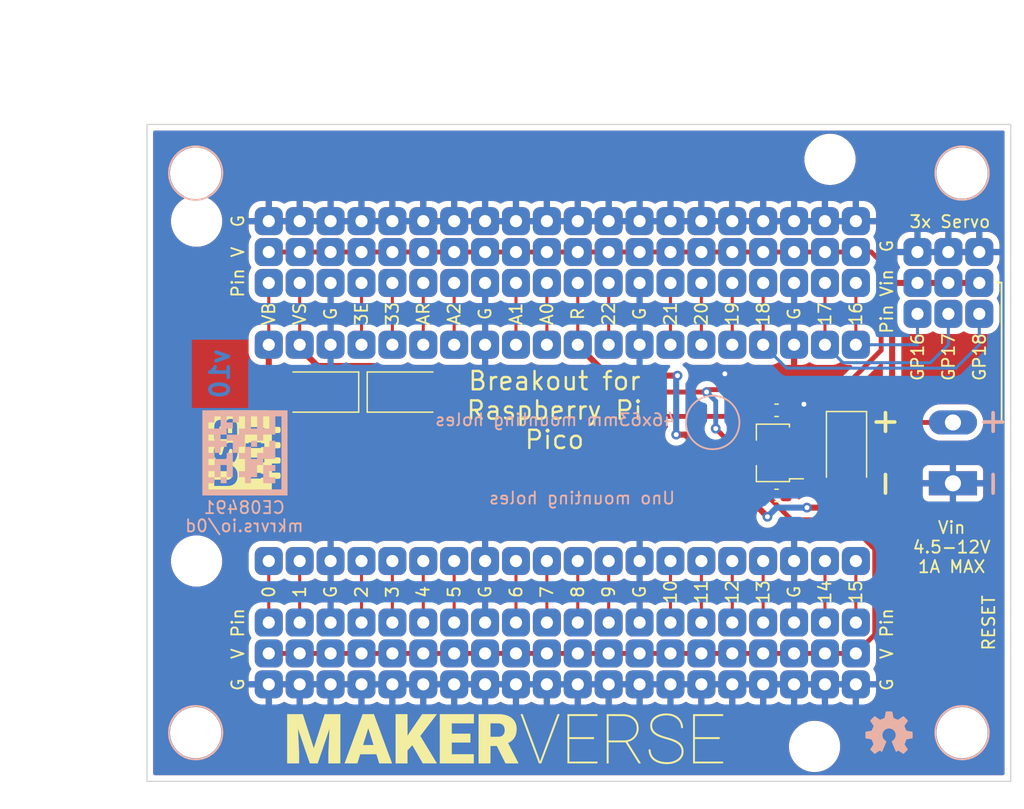
<source format=kicad_pcb>
(kicad_pcb (version 20211014) (generator pcbnew)
  (layers (0 "F.Cu" signal) (31 "B.Cu" signal) (34 "B.Paste" user) (35 "F.Paste" user) (36 "B.SilkS" user "B.Silkscreen") (37 "F.SilkS" user "F.Silkscreen") (38 "B.Mask" user) (39 "F.Mask" user) (44 "Edge.Cuts" user))
  (net 0 "")
  (net 1 "/Vin")
  (net 2 "GND")
  (net 3 "+3V3")
  (net 4 "/GP0")
  (net 5 "/GP1")
  (net 6 "/GP2")
  (net 7 "/GP3")
  (net 8 "/GP4")
  (net 9 "/GP5")
  (net 10 "/GP6")
  (net 11 "/GP7")
  (net 12 "/I2C_SDA")
  (net 13 "/I2C_SCL")
  (net 14 "/GP10")
  (net 15 "/GP11")
  (net 16 "/SPI_Rx")
  (net 17 "/SPI_CS")
  (net 18 "/SPI_CLK")
  (net 19 "/SPI_Tx")
  (net 20 "/VBUS")
  (net 21 "/3V3_EN")
  (net 22 "/3V3(OUT)")
  (net 23 "/ADC_VREF")
  (net 24 "/ADC2")
  (net 25 "/ADC1")
  (net 26 "/ADC0")
  (net 27 "/RUN")
  (net 28 "/GP22")
  (net 29 "/GP21")
  (net 30 "/GP20")
  (net 31 "/GP19")
  (net 32 "/GP18")
  (net 33 "/GP17")
  (net 34 "/GP16")
  (net 35 "/VSYS")
  (net 36 "Net-(D3-Pad2)")
  (footprint "MountingHole:MountingHole_3.2mm_M3" (layer "F.Cu") (at 169.385 109 90)
    (fp_text reference "H6" hide)
    (fp_text value "MountingHole")
    (pad "" np_thru_hole circle locked (at 0 0 90) (size 3.2 3.2) (drill 3.2) (layers *.Cu *.Mask))
  )
  (footprint "CoreElectronics_Components:PinSocket_1x20_P2.54mm_Vertical-Large-Pads" (layer "F.Cu") (at 175.32 81.06 90)
    (fp_text reference "J9" hide)
    (fp_text value "Conn_01x20")
    (pad "1" thru_hole roundrect (at 0 0 90) (size 2.3 2.3) (drill 1) (layers *.Cu *.Mask) (net 2 "GND"))
    (pad "2" thru_hole roundrect (at 0 2.54 90) (size 2.3 2.3) (drill 1) (layers *.Cu *.Mask) (net 2 "GND"))
    (pad "3" thru_hole roundrect (at 0 5.08 90) (size 2.3 2.3) (drill 1) (layers *.Cu *.Mask) (net 2 "GND"))
    (pad "4" thru_hole roundrect (at 0 7.62 90) (size 2.3 2.3) (drill 1) (layers *.Cu *.Mask) (net 2 "GND"))
    (pad "5" thru_hole roundrect (at 0 10.16 90) (size 2.3 2.3) (drill 1) (layers *.Cu *.Mask) (net 2 "GND"))
    (pad "6" thru_hole roundrect (at 0 12.7 90) (size 2.3 2.3) (drill 1) (layers *.Cu *.Mask) (net 2 "GND"))
    (pad "7" thru_hole roundrect (at 0 15.24 90) (size 2.3 2.3) (drill 1) (layers *.Cu *.Mask) (net 2 "GND"))
    (pad "8" thru_hole roundrect (at 0 17.78 90) (size 2.3 2.3) (drill 1) (layers *.Cu *.Mask) (net 2 "GND"))
    (pad "9" thru_hole roundrect (at 0 20.32 90) (size 2.3 2.3) (drill 1) (layers *.Cu *.Mask) (net 2 "GND"))
    (pad "10" thru_hole roundrect (at 0 22.86 90) (size 2.3 2.3) (drill 1) (layers *.Cu *.Mask) (net 2 "GND"))
    (pad "11" thru_hole roundrect (at 0 25.4 90) (size 2.3 2.3) (drill 1) (layers *.Cu *.Mask) (net 2 "GND"))
    (pad "12" thru_hole roundrect (at 0 27.94 90) (size 2.3 2.3) (drill 1) (layers *.Cu *.Mask) (net 2 "GND"))
    (pad "13" thru_hole roundrect (at 0 30.48 90) (size 2.3 2.3) (drill 1) (layers *.Cu *.Mask) (net 2 "GND"))
    (pad "14" thru_hole roundrect (at 0 33.02 90) (size 2.3 2.3) (drill 1) (layers *.Cu *.Mask) (net 2 "GND"))
    (pad "15" thru_hole roundrect (at 0 35.56 90) (size 2.3 2.3) (drill 1) (layers *.Cu *.Mask) (net 2 "GND"))
    (pad "16" thru_hole roundrect (at 0 38.1 90) (size 2.3 2.3) (drill 1) (layers *.Cu *.Mask) (net 2 "GND"))
    (pad "17" thru_hole roundrect (at 0 40.64 90) (size 2.3 2.3) (drill 1) (layers *.Cu *.Mask) (net 2 "GND"))
    (pad "18" thru_hole roundrect (at 0 43.18 90) (size 2.3 2.3) (drill 1) (layers *.Cu *.Mask) (net 2 "GND"))
    (pad "19" thru_hole roundrect (at 0 45.72 90) (size 2.3 2.3) (drill 1) (layers *.Cu *.Mask) (net 2 "GND"))
    (pad "20" thru_hole roundrect (at 0 48.26 90) (size 2.3 2.3) (drill 1) (layers *.Cu *.Mask) (net 2 "GND"))
  )
  (footprint "MountingHole:MountingHole_3.2mm_M3" (layer "F.Cu") (at 169.31 77.11 90)
    (fp_text reference "H1" hide)
    (fp_text value "MountingHole")
    (pad "" np_thru_hole circle locked (at 0 0 90) (size 3.2 3.2) (drill 3.2) (layers *.Cu *.Mask))
  )
  (footprint "CoreElectronics_Components:PinHeader_1x03_P2.54mm_Vertical-Large-Pads" (layer "F.Cu") (at 233.725 83.6 -90)
    (fp_text reference "J12" hide)
    (fp_text value "Conn_01x03")
    (pad "1" thru_hole roundrect (at 0 0 270) (size 2.3 2.3) (drill 1) (layers *.Cu *.Mask) (net 2 "GND"))
    (pad "2" thru_hole roundrect (at 0 2.54 270) (size 2.3 2.3) (drill 1) (layers *.Cu *.Mask) (net 2 "GND"))
    (pad "3" thru_hole roundrect (at 0 5.08 270) (size 2.3 2.3) (drill 1) (layers *.Cu *.Mask) (net 2 "GND"))
  )
  (footprint "CoreElectronics_Components:PinHeader_1x03_P2.54mm_Vertical-Large-Pads" (layer "F.Cu") (at 233.725 86.14 -90)
    (fp_text reference "J11" hide)
    (fp_text value "Conn_01x03")
    (pad "1" thru_hole roundrect (at 0 0 270) (size 2.3 2.3) (drill 1) (layers *.Cu *.Mask) (net 1 "/Vin"))
    (pad "2" thru_hole roundrect (at 0 2.54 270) (size 2.3 2.3) (drill 1) (layers *.Cu *.Mask) (net 1 "/Vin"))
    (pad "3" thru_hole roundrect (at 0 5.08 270) (size 2.3 2.3) (drill 1) (layers *.Cu *.Mask) (net 1 "/Vin"))
  )
  (footprint "CoreElectronics_Components:Screw-Terminal-2_P5.00mm" (layer "F.Cu") (at 231.56 102.61 90)
    (fp_text reference "J8" hide)
    (fp_text value "Screw_Terminal_01x02")
    (pad "1" thru_hole rect (at 0 0 90) (size 1.98 3.96) (drill 1.32) (layers *.Cu *.Mask) (net 2 "GND"))
    (pad "2" thru_hole oval (at 5 0 90) (size 1.98 3.96) (drill 1.32) (layers *.Cu *.Mask) (net 36 "Net-(D3-Pad2)"))
  )
  (footprint "CoreElectronics_Components:PinSocket_1x20_P2.54mm_Vertical-Large-Pads" (layer "F.Cu") (at 175.32 114.055 90)
    (fp_text reference "J3" hide)
    (fp_text value "Conn_01x20")
    (pad "1" thru_hole roundrect (at 0 0 90) (size 2.3 2.3) (drill 1) (layers *.Cu *.Mask) (net 4 "/GP0"))
    (pad "2" thru_hole roundrect (at 0 2.54 90) (size 2.3 2.3) (drill 1) (layers *.Cu *.Mask) (net 5 "/GP1"))
    (pad "3" thru_hole roundrect (at 0 5.08 90) (size 2.3 2.3) (drill 1) (layers *.Cu *.Mask) (net 2 "GND"))
    (pad "4" thru_hole roundrect (at 0 7.62 90) (size 2.3 2.3) (drill 1) (layers *.Cu *.Mask) (net 6 "/GP2"))
    (pad "5" thru_hole roundrect (at 0 10.16 90) (size 2.3 2.3) (drill 1) (layers *.Cu *.Mask) (net 7 "/GP3"))
    (pad "6" thru_hole roundrect (at 0 12.7 90) (size 2.3 2.3) (drill 1) (layers *.Cu *.Mask) (net 8 "/GP4"))
    (pad "7" thru_hole roundrect (at 0 15.24 90) (size 2.3 2.3) (drill 1) (layers *.Cu *.Mask) (net 9 "/GP5"))
    (pad "8" thru_hole roundrect (at 0 17.78 90) (size 2.3 2.3) (drill 1) (layers *.Cu *.Mask) (net 2 "GND"))
    (pad "9" thru_hole roundrect (at 0 20.32 90) (size 2.3 2.3) (drill 1) (layers *.Cu *.Mask) (net 10 "/GP6"))
    (pad "10" thru_hole roundrect (at 0 22.86 90) (size 2.3 2.3) (drill 1) (layers *.Cu *.Mask) (net 11 "/GP7"))
    (pad "11" thru_hole roundrect (at 0 25.4 90) (size 2.3 2.3) (drill 1) (layers *.Cu *.Mask) (net 12 "/I2C_SDA"))
    (pad "12" thru_hole roundrect (at 0 27.94 90) (size 2.3 2.3) (drill 1) (layers *.Cu *.Mask) (net 13 "/I2C_SCL"))
    (pad "13" thru_hole roundrect (at 0 30.48 90) (size 2.3 2.3) (drill 1) (layers *.Cu *.Mask) (net 2 "GND"))
    (pad "14" thru_hole roundrect (at 0 33.02 90) (size 2.3 2.3) (drill 1) (layers *.Cu *.Mask) (net 14 "/GP10"))
    (pad "15" thru_hole roundrect (at 0 35.56 90) (size 2.3 2.3) (drill 1) (layers *.Cu *.Mask) (net 15 "/GP11"))
    (pad "16" thru_hole roundrect (at 0 38.1 90) (size 2.3 2.3) (drill 1) (layers *.Cu *.Mask) (net 16 "/SPI_Rx"))
    (pad "17" thru_hole roundrect (at 0 40.64 90) (size 2.3 2.3) (drill 1) (layers *.Cu *.Mask) (net 17 "/SPI_CS"))
    (pad "18" thru_hole roundrect (at 0 43.18 90) (size 2.3 2.3) (drill 1) (layers *.Cu *.Mask) (net 2 "GND"))
    (pad "19" thru_hole roundrect (at 0 45.72 90) (size 2.3 2.3) (drill 1) (layers *.Cu *.Mask) (net 18 "/SPI_CLK"))
    (pad "20" thru_hole roundrect (at 0 48.26 90) (size 2.3 2.3) (drill 1) (layers *.Cu *.Mask) (net 19 "/SPI_Tx"))
  )
  (footprint "MountingHole:MountingHole_3.2mm_M3" (layer "F.Cu") (at 169.385 81.06 90)
    (fp_text reference "H5" hide)
    (fp_text value "MountingHole")
    (pad "" np_thru_hole circle locked (at 0 0 90) (size 3.2 3.2) (drill 3.2) (layers *.Cu *.Mask))
  )
  (footprint "CoreElectronics_Components:PinSocket_1x20_P2.54mm_Vertical-Large-Pads" (layer "F.Cu") (at 175.32 116.595 90)
    (fp_text reference "J2" hide)
    (fp_text value "Conn_01x20")
    (pad "1" thru_hole roundrect (at 0 0 90) (size 2.3 2.3) (drill 1) (layers *.Cu *.Mask) (net 3 "+3V3"))
    (pad "2" thru_hole roundrect (at 0 2.54 90) (size 2.3 2.3) (drill 1) (layers *.Cu *.Mask) (net 3 "+3V3"))
    (pad "3" thru_hole roundrect (at 0 5.08 90) (size 2.3 2.3) (drill 1) (layers *.Cu *.Mask) (net 3 "+3V3"))
    (pad "4" thru_hole roundrect (at 0 7.62 90) (size 2.3 2.3) (drill 1) (layers *.Cu *.Mask) (net 3 "+3V3"))
    (pad "5" thru_hole roundrect (at 0 10.16 90) (size 2.3 2.3) (drill 1) (layers *.Cu *.Mask) (net 3 "+3V3"))
    (pad "6" thru_hole roundrect (at 0 12.7 90) (size 2.3 2.3) (drill 1) (layers *.Cu *.Mask) (net 3 "+3V3"))
    (pad "7" thru_hole roundrect (at 0 15.24 90) (size 2.3 2.3) (drill 1) (layers *.Cu *.Mask) (net 3 "+3V3"))
    (pad "8" thru_hole roundrect (at 0 17.78 90) (size 2.3 2.3) (drill 1) (layers *.Cu *.Mask) (net 3 "+3V3"))
    (pad "9" thru_hole roundrect (at 0 20.32 90) (size 2.3 2.3) (drill 1) (layers *.Cu *.Mask) (net 3 "+3V3"))
    (pad "10" thru_hole roundrect (at 0 22.86 90) (size 2.3 2.3) (drill 1) (layers *.Cu *.Mask) (net 3 "+3V3"))
    (pad "11" thru_hole roundrect (at 0 25.4 90) (size 2.3 2.3) (drill 1) (layers *.Cu *.Mask) (net 3 "+3V3"))
    (pad "12" thru_hole roundrect (at 0 27.94 90) (size 2.3 2.3) (drill 1) (layers *.Cu *.Mask) (net 3 "+3V3"))
    (pad "13" thru_hole roundrect (at 0 30.48 90) (size 2.3 2.3) (drill 1) (layers *.Cu *.Mask) (net 3 "+3V3"))
    (pad "14" thru_hole roundrect (at 0 33.02 90) (size 2.3 2.3) (drill 1) (layers *.Cu *.Mask) (net 3 "+3V3"))
    (pad "15" thru_hole roundrect (at 0 35.56 90) (size 2.3 2.3) (drill 1) (layers *.Cu *.Mask) (net 3 "+3V3"))
    (pad "16" thru_hole roundrect (at 0 38.1 90) (size 2.3 2.3) (drill 1) (layers *.Cu *.Mask) (net 3 "+3V3"))
    (pad "17" thru_hole roundrect (at 0 40.64 90) (size 2.3 2.3) (drill 1) (layers *.Cu *.Mask) (net 3 "+3V3"))
    (pad "18" thru_hole roundrect (at 0 43.18 90) (size 2.3 2.3) (drill 1) (layers *.Cu *.Mask) (net 3 "+3V3"))
    (pad "19" thru_hole roundrect (at 0 45.72 90) (size 2.3 2.3) (drill 1) (layers *.Cu *.Mask) (net 3 "+3V3"))
    (pad "20" thru_hole roundrect (at 0 48.26 90) (size 2.3 2.3) (drill 1) (layers *.Cu *.Mask) (net 3 "+3V3"))
  )
  (footprint "MountingHole:MountingHole_3.2mm_M3" (layer "F.Cu") (at 220.185 124.24 90)
    (fp_text reference "H7" hide)
    (fp_text value "MountingHole")
    (pad "" np_thru_hole circle locked (at 0 0 90) (size 3.2 3.2) (drill 3.2) (layers *.Cu *.Mask))
  )
  (footprint "CoreElectronics_Artwork:makerverse_logo_35.8x4.2mm" (layer "F.Cu") (at 194.747437 123.61)
    (fp_text reference "G2" hide)
    (fp_text value "LOGO_Makerverse" hide)
  )
  (footprint "CoreElectronics_Components:PinHeader_1x03_P2.54mm_Vertical-Large-Pads" (layer "F.Cu") (at 233.725 88.68 -90)
    (fp_text reference "J10" hide)
    (fp_text value "Conn_01x03")
    (pad "1" thru_hole roundrect (at 0 0 270) (size 2.3 2.3) (drill 1) (layers *.Cu *.Mask) (net 32 "/GP18"))
    (pad "2" thru_hole roundrect (at 0 2.54 270) (size 2.3 2.3) (drill 1) (layers *.Cu *.Mask) (net 33 "/GP17"))
    (pad "3" thru_hole roundrect (at 0 5.08 270) (size 2.3 2.3) (drill 1) (layers *.Cu *.Mask) (net 34 "/GP16"))
  )
  (footprint "Diode_SMD:D_SMA" (layer "F.Cu") (at 186.81 95.11)
    (fp_text reference "D1" hide)
    (fp_text value "D_Schottky")
    (pad "1" smd rect locked (at -2 0) (size 2.5 1.8) (layers "F.Cu" "F.Paste" "F.Mask") (net 35 "/VSYS"))
    (pad "2" smd rect locked (at 2 0) (size 2.5 1.8) (layers "F.Cu" "F.Paste" "F.Mask") (net 3 "+3V3"))
  )
  (footprint "CoreElectronics_Components:PinSocket_1x20_P2.54mm_Vertical-Large-Pads" (layer "F.Cu") (at 175.32 86.14 90)
    (fp_text reference "J6" hide)
    (fp_text value "Conn_01x20")
    (pad "1" thru_hole roundrect (at 0 0 90) (size 2.3 2.3) (drill 1) (layers *.Cu *.Mask) (net 20 "/VBUS"))
    (pad "2" thru_hole roundrect (at 0 2.54 90) (size 2.3 2.3) (drill 1) (layers *.Cu *.Mask) (net 35 "/VSYS"))
    (pad "3" thru_hole roundrect (at 0 5.08 90) (size 2.3 2.3) (drill 1) (layers *.Cu *.Mask) (net 2 "GND"))
    (pad "4" thru_hole roundrect (at 0 7.62 90) (size 2.3 2.3) (drill 1) (layers *.Cu *.Mask) (net 21 "/3V3_EN"))
    (pad "5" thru_hole roundrect (at 0 10.16 90) (size 2.3 2.3) (drill 1) (layers *.Cu *.Mask) (net 22 "/3V3(OUT)"))
    (pad "6" thru_hole roundrect (at 0 12.7 90) (size 2.3 2.3) (drill 1) (layers *.Cu *.Mask) (net 23 "/ADC_VREF"))
    (pad "7" thru_hole roundrect (at 0 15.24 90) (size 2.3 2.3) (drill 1) (layers *.Cu *.Mask) (net 24 "/ADC2"))
    (pad "8" thru_hole roundrect (at 0 17.78 90) (size 2.3 2.3) (drill 1) (layers *.Cu *.Mask) (net 2 "GND"))
    (pad "9" thru_hole roundrect (at 0 20.32 90) (size 2.3 2.3) (drill 1) (layers *.Cu *.Mask) (net 25 "/ADC1"))
    (pad "10" thru_hole roundrect (at 0 22.86 90) (size 2.3 2.3) (drill 1) (layers *.Cu *.Mask) (net 26 "/ADC0"))
    (pad "11" thru_hole roundrect (at 0 25.4 90) (size 2.3 2.3) (drill 1) (layers *.Cu *.Mask) (net 27 "/RUN"))
    (pad "12" thru_hole roundrect (at 0 27.94 90) (size 2.3 2.3) (drill 1) (layers *.Cu *.Mask) (net 28 "/GP22"))
    (pad "13" thru_hole roundrect (at 0 30.48 90) (size 2.3 2.3) (drill 1) (layers *.Cu *.Mask) (net 2 "GND"))
    (pad "14" thru_hole roundrect (at 0 33.02 90) (size 2.3 2.3) (drill 1) (layers *.Cu *.Mask) (net 29 "/GP21"))
    (pad "15" thru_hole roundrect (at 0 35.56 90) (size 2.3 2.3) (drill 1) (layers *.Cu *.Mask) (net 30 "/GP20"))
    (pad "16" thru_hole roundrect (at 0 38.1 90) (size 2.3 2.3) (drill 1) (layers *.Cu *.Mask) (net 31 "/GP19"))
    (pad "17" thru_hole roundrect (at 0 40.64 90) (size 2.3 2.3) (drill 1) (layers *.Cu *.Mask) (net 32 "/GP18"))
    (pad "18" thru_hole roundrect (at 0 43.18 90) (size 2.3 2.3) (drill 1) (layers *.Cu *.Mask) (net 2 "GND"))
    (pad "19" thru_hole roundrect (at 0 45.72 90) (size 2.3 2.3) (drill 1) (layers *.Cu *.Mask) (net 33 "/GP17"))
    (pad "20" thru_hole roundrect (at 0 48.26 90) (size 2.3 2.3) (drill 1) (layers *.Cu *.Mask) (net 34 "/GP16"))
  )
  (footprint "Fiducial:Fiducial_1mm_Mask2mm" (layer "F.Cu") (at 227.81 123.11 90)
    (fp_text reference "FID1" hide)
    (fp_text value "Fiducial")
    (pad "" smd circle locked (at 0 0 90) (size 1 1) (layers "F.Cu" "F.Mask") (clearance 0.5))
  )
  (footprint "CoreElectronics_Components:PinSocket_1x20_P2.54mm_Vertical-Large-Pads" (layer "F.Cu") (at 175.32 91.22 90)
    (fp_text reference "J5" hide)
    (fp_text value "Conn_01x20")
    (pad "1" thru_hole roundrect (at 0 0 90) (size 2.3 2.3) (drill 1) (layers *.Cu *.Mask) (net 20 "/VBUS"))
    (pad "2" thru_hole roundrect (at 0 2.54 90) (size 2.3 2.3) (drill 1) (layers *.Cu *.Mask) (net 35 "/VSYS"))
    (pad "3" thru_hole roundrect (at 0 5.08 90) (size 2.3 2.3) (drill 1) (layers *.Cu *.Mask) (net 2 "GND"))
    (pad "4" thru_hole roundrect (at 0 7.62 90) (size 2.3 2.3) (drill 1) (layers *.Cu *.Mask) (net 21 "/3V3_EN"))
    (pad "5" thru_hole roundrect (at 0 10.16 90) (size 2.3 2.3) (drill 1) (layers *.Cu *.Mask) (net 22 "/3V3(OUT)"))
    (pad "6" thru_hole roundrect (at 0 12.7 90) (size 2.3 2.3) (drill 1) (layers *.Cu *.Mask) (net 23 "/ADC_VREF"))
    (pad "7" thru_hole roundrect (at 0 15.24 90) (size 2.3 2.3) (drill 1) (layers *.Cu *.Mask) (net 24 "/ADC2"))
    (pad "8" thru_hole roundrect (at 0 17.78 90) (size 2.3 2.3) (drill 1) (layers *.Cu *.Mask) (net 2 "GND"))
    (pad "9" thru_hole roundrect (at 0 20.32 90) (size 2.3 2.3) (drill 1) (layers *.Cu *.Mask) (net 25 "/ADC1"))
    (pad "10" thru_hole roundrect (at 0 22.86 90) (size 2.3 2.3) (drill 1) (layers *.Cu *.Mask) (net 26 "/ADC0"))
    (pad "11" thru_hole roundrect (at 0 25.4 90) (size 2.3 2.3) (drill 1) (layers *.Cu *.Mask) (net 27 "/RUN"))
    (pad "12" thru_hole roundrect (at 0 27.94 90) (size 2.3 2.3) (drill 1) (layers *.Cu *.Mask) (net 28 "/GP22"))
    (pad "13" thru_hole roundrect (at 0 30.48 90) (size 2.3 2.3) (drill 1) (layers *.Cu *.Mask) (net 2 "GND"))
    (pad "14" thru_hole roundrect (at 0 33.02 90) (size 2.3 2.3) (drill 1) (layers *.Cu *.Mask) (net 29 "/GP21"))
    (pad "15" thru_hole roundrect (at 0 35.56 90) (size 2.3 2.3) (drill 1) (layers *.Cu *.Mask) (net 30 "/GP20"))
    (pad "16" thru_hole roundrect (at 0 38.1 90) (size 2.3 2.3) (drill 1) (layers *.Cu *.Mask) (net 31 "/GP19"))
    (pad "17" thru_hole roundrect (at 0 40.64 90) (size 2.3 2.3) (drill 1) (layers *.Cu *.Mask) (net 32 "/GP18"))
    (pad "18" thru_hole roundrect (at 0 43.18 90) (size 2.3 2.3) (drill 1) (layers *.Cu *.Mask) (net 2 "GND"))
    (pad "19" thru_hole roundrect (at 0 45.72 90) (size 2.3 2.3) (drill 1) (layers *.Cu *.Mask) (net 33 "/GP17"))
    (pad "20" thru_hole roundrect (at 0 48.26 90) (size 2.3 2.3) (drill 1) (layers *.Cu *.Mask) (net 34 "/GP16"))
  )
  (footprint "MountingHole:MountingHole_3.2mm_M3" (layer "F.Cu") (at 169.31 123.11 90)
    (fp_text reference "H3" hide)
    (fp_text value "MountingHole")
    (pad "" np_thru_hole circle locked (at 0 0 90) (size 3.2 3.2) (drill 3.2) (layers *.Cu *.Mask))
  )
  (footprint "Fiducial:Fiducial_1mm_Mask2mm" (layer "F.Cu") (at 174.31 77.11 90)
    (fp_text reference "FID2" hide)
    (fp_text value "Fiducial")
    (pad "" smd circle locked (at 0 0 90) (size 1 1) (layers "F.Cu" "F.Mask") (clearance 0.5))
  )
  (footprint "lib:usb_ico" (layer "F.Cu") (at 173.31 100.11 90)
    (fp_text reference "G3" hide)
    (fp_text value "Label_PCB_Art" hide)
  )
  (footprint "CoreElectronics_Components:PinSocket_1x20_P2.54mm_Vertical-Large-Pads" (layer "F.Cu") (at 175.32 109 90)
    (fp_text reference "J4" hide)
    (fp_text value "Conn_01x20")
    (pad "1" thru_hole roundrect (at 0 0 90) (size 2.3 2.3) (drill 1) (layers *.Cu *.Mask) (net 4 "/GP0"))
    (pad "2" thru_hole roundrect (at 0 2.54 90) (size 2.3 2.3) (drill 1) (layers *.Cu *.Mask) (net 5 "/GP1"))
    (pad "3" thru_hole roundrect (at 0 5.08 90) (size 2.3 2.3) (drill 1) (layers *.Cu *.Mask) (net 2 "GND"))
    (pad "4" thru_hole roundrect (at 0 7.62 90) (size 2.3 2.3) (drill 1) (layers *.Cu *.Mask) (net 6 "/GP2"))
    (pad "5" thru_hole roundrect (at 0 10.16 90) (size 2.3 2.3) (drill 1) (layers *.Cu *.Mask) (net 7 "/GP3"))
    (pad "6" thru_hole roundrect (at 0 12.7 90) (size 2.3 2.3) (drill 1) (layers *.Cu *.Mask) (net 8 "/GP4"))
    (pad "7" thru_hole roundrect (at 0 15.24 90) (size 2.3 2.3) (drill 1) (layers *.Cu *.Mask) (net 9 "/GP5"))
    (pad "8" thru_hole roundrect (at 0 17.78 90) (size 2.3 2.3) (drill 1) (layers *.Cu *.Mask) (net 2 "GND"))
    (pad "9" thru_hole roundrect (at 0 20.32 90) (size 2.3 2.3) (drill 1) (layers *.Cu *.Mask) (net 10 "/GP6"))
    (pad "10" thru_hole roundrect (at 0 22.86 90) (size 2.3 2.3) (drill 1) (layers *.Cu *.Mask) (net 11 "/GP7"))
    (pad "11" thru_hole roundrect (at 0 25.4 90) (size 2.3 2.3) (drill 1) (layers *.Cu *.Mask) (net 12 "/I2C_SDA"))
    (pad "12" thru_hole roundrect (at 0 27.94 90) (size 2.3 2.3) (drill 1) (layers *.Cu *.Mask) (net 13 "/I2C_SCL"))
    (pad "13" thru_hole roundrect (at 0 30.48 90) (size 2.3 2.3) (drill 1) (layers *.Cu *.Mask) (net 2 "GND"))
    (pad "14" thru_hole roundrect (at 0 33.02 90) (size 2.3 2.3) (drill 1) (layers *.Cu *.Mask) (net 14 "/GP10"))
    (pad "15" thru_hole roundrect (at 0 35.56 90) (size 2.3 2.3) (drill 1) (layers *.Cu *.Mask) (net 15 "/GP11"))
    (pad "16" thru_hole roundrect (at 0 38.1 90) (size 2.3 2.3) (drill 1) (layers *.Cu *.Mask) (net 16 "/SPI_Rx"))
    (pad "17" thru_hole roundrect (at 0 40.64 90) (size 2.3 2.3) (drill 1) (layers *.Cu *.Mask) (net 17 "/SPI_CS"))
    (pad "18" thru_hole roundrect (at 0 43.18 90) (size 2.3 2.3) (drill 1) (layers *.Cu *.Mask) (net 2 "GND"))
    (pad "19" thru_hole roundrect (at 0 45.72 90) (size 2.3 2.3) (drill 1) (layers *.Cu *.Mask) (net 18 "/SPI_CLK"))
    (pad "20" thru_hole roundrect (at 0 48.26 90) (size 2.3 2.3) (drill 1) (layers *.Cu *.Mask) (net 19 "/SPI_Tx"))
  )
  (footprint "MountingHole:MountingHole_3.2mm_M3" (layer "F.Cu") (at 221.455 75.98 90)
    (fp_text reference "H8" hide)
    (fp_text value "MountingHole")
    (pad "" np_thru_hole circle locked (at 0 0 90) (size 3.2 3.2) (drill 3.2) (layers *.Cu *.Mask))
  )
  (footprint "CoreElectronics_Components:PinSocket_1x20_P2.54mm_Vertical-Large-Pads" (layer "F.Cu") (at 175.32 83.6 90)
    (fp_text reference "J7" hide)
    (fp_text value "Conn_01x20")
    (pad "1" thru_hole roundrect (at 0 0 90) (size 2.3 2.3) (drill 1) (layers *.Cu *.Mask) (net 3 "+3V3"))
    (pad "2" thru_hole roundrect (at 0 2.54 90) (size 2.3 2.3) (drill 1) (layers *.Cu *.Mask) (net 3 "+3V3"))
    (pad "3" thru_hole roundrect (at 0 5.08 90) (size 2.3 2.3) (drill 1) (layers *.Cu *.Mask) (net 3 "+3V3"))
    (pad "4" thru_hole roundrect (at 0 7.62 90) (size 2.3 2.3) (drill 1) (layers *.Cu *.Mask) (net 3 "+3V3"))
    (pad "5" thru_hole roundrect (at 0 10.16 90) (size 2.3 2.3) (drill 1) (layers *.Cu *.Mask) (net 3 "+3V3"))
    (pad "6" thru_hole roundrect (at 0 12.7 90) (size 2.3 2.3) (drill 1) (layers *.Cu *.Mask) (net 3 "+3V3"))
    (pad "7" thru_hole roundrect (at 0 15.24 90) (size 2.3 2.3) (drill 1) (layers *.Cu *.Mask) (net 3 "+3V3"))
    (pad "8" thru_hole roundrect (at 0 17.78 90) (size 2.3 2.3) (drill 1) (layers *.Cu *.Mask) (net 3 "+3V3"))
    (pad "9" thru_hole roundrect (at 0 20.32 90) (size 2.3 2.3) (drill 1) (layers *.Cu *.Mask) (net 3 "+3V3"))
    (pad "10" thru_hole roundrect (at 0 22.86 90) (size 2.3 2.3) (drill 1) (layers *.Cu *.Mask) (net 3 "+3V3"))
    (pad "11" thru_hole roundrect (at 0 25.4 90) (size 2.3 2.3) (drill 1) (layers *.Cu *.Mask) (net 3 "+3V3"))
    (pad "12" thru_hole roundrect (at 0 27.94 90) (size 2.3 2.3) (drill 1) (layers *.Cu *.Mask) (net 3 "+3V3"))
    (pad "13" thru_hole roundrect (at 0 30.48 90) (size 2.3 2.3) (drill 1) (layers *.Cu *.Mask) (net 3 "+3V3"))
    (pad "14" thru_hole roundrect (at 0 33.02 90) (size 2.3 2.3) (drill 1) (layers *.Cu *.Mask) (net 3 "+3V3"))
    (pad "15" thru_hole roundrect (at 0 35.56 90) (size 2.3 2.3) (drill 1) (layers *.Cu *.Mask) (net 3 "+3V3"))
    (pad "16" thru_hole roundrect (at 0 38.1 90) (size 2.3 2.3) (drill 1) (layers *.Cu *.Mask) (net 3 "+3V3"))
    (pad "17" thru_hole roundrect (at 0 40.64 90) (size 2.3 2.3) (drill 1) (layers *.Cu *.Mask) (net 3 "+3V3"))
    (pad "18" thru_hole roundrect (at 0 43.18 90) (size 2.3 2.3) (drill 1) (layers *.Cu *.Mask) (net 3 "+3V3"))
    (pad "19" thru_hole roundrect (at 0 45.72 90) (size 2.3 2.3) (drill 1) (layers *.Cu *.Mask) (net 3 "+3V3"))
    (pad "20" thru_hole roundrect (at 0 48.26 90) (size 2.3 2.3) (drill 1) (layers *.Cu *.Mask) (net 3 "+3V3"))
  )
  (footprint "MountingHole:MountingHole_3.2mm_M3" (layer "F.Cu") (at 232.31 77.11 90)
    (fp_text reference "H4" hide)
    (fp_text value "MountingHole")
    (pad "" np_thru_hole circle locked (at 0 0 90) (size 3.2 3.2) (drill 3.2) (layers *.Cu *.Mask))
  )
  (footprint "CoreElectronics_Components:PinSocket_1x20_P2.54mm_Vertical-Large-Pads" (layer "F.Cu") (at 175.32 119.135 90)
    (fp_text reference "J1" hide)
    (fp_text value "Conn_01x20")
    (pad "1" thru_hole roundrect (at 0 0 90) (size 2.3 2.3) (drill 1) (layers *.Cu *.Mask) (net 2 "GND"))
    (pad "2" thru_hole roundrect (at 0 2.54 90) (size 2.3 2.3) (drill 1) (layers *.Cu *.Mask) (net 2 "GND"))
    (pad "3" thru_hole roundrect (at 0 5.08 90) (size 2.3 2.3) (drill 1) (layers *.Cu *.Mask) (net 2 "GND"))
    (pad "4" thru_hole roundrect (at 0 7.62 90) (size 2.3 2.3) (drill 1) (layers *.Cu *.Mask) (net 2 "GND"))
    (pad "5" thru_hole roundrect (at 0 10.16 90) (size 2.3 2.3) (drill 1) (layers *.Cu *.Mask) (net 2 "GND"))
    (pad "6" thru_hole roundrect (at 0 12.7 90) (size 2.3 2.3) (drill 1) (layers *.Cu *.Mask) (net 2 "GND"))
    (pad "7" thru_hole roundrect (at 0 15.24 90) (size 2.3 2.3) (drill 1) (layers *.Cu *.Mask) (net 2 "GND"))
    (pad "8" thru_hole roundrect (at 0 17.78 90) (size 2.3 2.3) (drill 1) (layers *.Cu *.Mask) (net 2 "GND"))
    (pad "9" thru_hole roundrect (at 0 20.32 90) (size 2.3 2.3) (drill 1) (layers *.Cu *.Mask) (net 2 "GND"))
    (pad "10" thru_hole roundrect (at 0 22.86 90) (size 2.3 2.3) (drill 1) (layers *.Cu *.Mask) (net 2 "GND"))
    (pad "11" thru_hole roundrect (at 0 25.4 90) (size 2.3 2.3) (drill 1) (layers *.Cu *.Mask) (net 2 "GND"))
    (pad "12" thru_hole roundrect (at 0 27.94 90) (size 2.3 2.3) (drill 1) (layers *.Cu *.Mask) (net 2 "GND"))
    (pad "13" thru_hole roundrect (at 0 30.48 90) (size 2.3 2.3) (drill 1) (layers *.Cu *.Mask) (net 2 "GND"))
    (pad "14" thru_hole roundrect (at 0 33.02 90) (size 2.3 2.3) (drill 1) (layers *.Cu *.Mask) (net 2 "GND"))
    (pad "15" thru_hole roundrect (at 0 35.56 90) (size 2.3 2.3) (drill 1) (layers *.Cu *.Mask) (net 2 "GND"))
    (pad "16" thru_hole roundrect (at 0 38.1 90) (size 2.3 2.3) (drill 1) (layers *.Cu *.Mask) (net 2 "GND"))
    (pad "17" thru_hole roundrect (at 0 40.64 90) (size 2.3 2.3) (drill 1) (layers *.Cu *.Mask) (net 2 "GND"))
    (pad "18" thru_hole roundrect (at 0 43.18 90) (size 2.3 2.3) (drill 1) (layers *.Cu *.Mask) (net 2 "GND"))
    (pad "19" thru_hole roundrect (at 0 45.72 90) (size 2.3 2.3) (drill 1) (layers *.Cu *.Mask) (net 2 "GND"))
    (pad "20" thru_hole roundrect (at 0 48.26 90) (size 2.3 2.3) (drill 1) (layers *.Cu *.Mask) (net 2 "GND"))
  )
  (footprint "Diode_SMD:D_SMA" (layer "F.Cu") (at 222.81 100.11 -90)
    (fp_text reference "D3" hide)
    (fp_text value "D_Schottky")
    (pad "1" smd rect locked (at -2 0 270) (size 2.5 1.8) (layers "F.Cu" "F.Paste" "F.Mask") (net 1 "/Vin"))
    (pad "2" smd rect locked (at 2 0 270) (size 2.5 1.8) (layers "F.Cu" "F.Paste" "F.Mask") (net 36 "Net-(D3-Pad2)"))
  )
  (footprint "CoreElectronics_Components:SW_Tactile_5x5" (layer "F.Cu") (at 230.692 115.36 90)
    (fp_text reference "SW1" hide)
    (fp_text value "SW_Push")
    (pad "1" smd rect (at -3.1 -1.85 90) (size 1.8 1.1) (layers "F.Cu" "F.Paste" "F.Mask") (net 27 "/RUN"))
    (pad "1" smd rect (at 3.1 -1.85 90) (size 1.8 1.1) (layers "F.Cu" "F.Paste" "F.Mask") (net 27 "/RUN"))
    (pad "2" smd rect (at 3.1 1.85 90) (size 1.8 1.1) (layers "F.Cu" "F.Paste" "F.Mask") (net 2 "GND"))
    (pad "2" smd rect (at -3.1 1.85 90) (size 1.8 1.1) (layers "F.Cu" "F.Paste" "F.Mask") (net 2 "GND"))
  )
  (footprint "Package_TO_SOT_SMD:SOT-89-3" (layer "F.Cu") (at 217.06 100.11 180)
    (fp_text reference "U2" hide)
    (fp_text value "AMS1117-3.3")
    (pad "1" smd rect locked (at -1.65 -1.5 180) (size 1.3 0.9) (layers "F.Cu" "F.Paste" "F.Mask") (net 2 "GND"))
    (pad "2" smd custom locked (at -1.5625 0 180) (size 1.475 0.9) (layers "F.Cu" "F.Paste" "F.Mask") (net 3 "+3V3") (options (clearance outline) (anchor rect)) (primitives (gr_poly (pts (xy 3.8625 0.8665) (xy 0.7375 0.8665) (xy 0.7375 -0.8665) (xy 3.8625 -0.8665)) (width 0) (fill yes))))
    (pad "3" smd rect locked (at -1.65 1.5 180) (size 1.3 0.9) (layers "F.Cu" "F.Paste" "F.Mask") (net 1 "/Vin"))
  )
  (footprint "Capacitor_SMD:C_0603_1608Metric" (layer "F.Cu") (at 217.06 103.61)
    (fp_text reference "C2" hide)
    (fp_text value "10uF")
    (pad "1" smd roundrect locked (at -0.775 0) (size 0.9 0.95) (layers "F.Cu" "F.Paste" "F.Mask") (net 3 "+3V3"))
    (pad "2" smd roundrect locked (at 0.775 0) (size 0.9 0.95) (layers "F.Cu" "F.Paste" "F.Mask") (net 2 "GND"))
  )
  (footprint "Diode_SMD:D_SMA" (layer "F.Cu") (at 179.31 95.11 180)
    (fp_text reference "D2" hide)
    (fp_text value "D_Schottky")
    (pad "1" smd rect locked (at -2 0 180) (size 2.5 1.8) (layers "F.Cu" "F.Paste" "F.Mask") (net 1 "/Vin"))
    (pad "2" smd rect locked (at 2 0 180) (size 2.5 1.8) (layers "F.Cu" "F.Paste" "F.Mask") (net 20 "/VBUS"))
  )
  (footprint "Capacitor_SMD:C_0603_1608Metric" (layer "F.Cu") (at 217.06 96.61)
    (fp_text reference "C1" hide)
    (fp_text value "10uF")
    (pad "1" smd roundrect locked (at -0.775 0) (size 0.9 0.95) (layers "F.Cu" "F.Paste" "F.Mask") (net 1 "/Vin"))
    (pad "2" smd roundrect locked (at 0.775 0) (size 0.9 0.95) (layers "F.Cu" "F.Paste" "F.Mask") (net 2 "GND"))
  )
  (footprint "MountingHole:MountingHole_3.2mm_M3" (layer "F.Cu") (at 232.31 123.11 90)
    (fp_text reference "H2" hide)
    (fp_text value "MountingHole")
    (pad "" np_thru_hole circle locked (at 0 0 90) (size 3.2 3.2) (drill 3.2) (layers *.Cu *.Mask))
  )
  (footprint "CoreElectronics_Artwork:oshw_3.9x3.5mm" (layer "B.Cu") (at 226.31 123.11 180)
    (fp_text reference "LOGO1" hide)
    (fp_text value "Logo_Open_Hardware_Small" hide)
  )
  (footprint "lib:CE08491" (layer "B.Cu") (at 173.36 100.11 180)
    (fp_text reference "G1" hide)
    (fp_text value "Label_PCB_Art" hide)
  )
  (gr_circle (center 169.31 77.11) (end 169.31 74.91) (layer "B.SilkS") (width 0.15) (fill none))
  (gr_circle (center 211.81 97.61) (end 211.81 95.41) (layer "B.SilkS") (width 0.15) (fill none))
  (gr_circle (center 232.31 77.11) (end 232.31 74.91) (layer "B.SilkS") (width 0.15) (fill none))
  (gr_circle (center 232.31 123.11) (end 232.31 120.91) (layer "B.SilkS") (width 0.15) (fill none))
  (gr_circle (center 169.31 123.11) (end 169.31 120.91) (layer "B.SilkS") (width 0.15) (fill none))
  (gr_line (start 235.56 86.11) (end 235.06 86.11) (layer "F.SilkS") (width 0.15))
  (gr_line (start 235.56 97.61) (end 235.56 86.11) (layer "F.SilkS") (width 0.15))
  (gr_line (start 234.31 97.61) (end 235.56 97.61) (layer "F.SilkS") (width 0.15))
  (gr_line (start 165.31 73.11) (end 236.31 73.11) (layer "Edge.Cuts") (width 0.1))
  (gr_line (start 236.31 73.11) (end 236.31 127.11) (layer "Edge.Cuts") (width 0.1))
  (gr_line (start 165.31 127.11) (end 165.31 73.11) (layer "Edge.Cuts") (width 0.1))
  (gr_line (start 236.31 127.11) (end 165.31 127.11) (layer "Edge.Cuts") (width 0.1))
  (gr_text "v10" (at 171.31 93.61 90) (layer "B.Cu") (effects (font (size 1.5 1.5) (thickness 0.3)) (justify mirror)))
  (gr_text "+" (at 235.01 97.57 270) (layer "B.SilkS") (effects (font (size 2 2) (thickness 0.3)) (justify mirror)))
  (gr_text "CE08491" (at 173.31 104.61) (layer "B.SilkS") (effects (font (size 1 1)) (justify mirror)))
  (gr_text "46x63mm mounting holes\n\n\n\nUno mounting holes" (at 208.81 100.61) (layer "B.SilkS") (effects (font (size 1 1)) (justify left mirror)))
  (gr_text "-" (at 235.01 102.65 270) (layer "B.SilkS") (effects (font (size 2 2) (thickness 0.3)) (justify mirror)))
  (gr_text "mkrvrs.io/0d" (at 173.31 106.11) (layer "B.SilkS") (effects (font (size 1 1)) (justify mirror)))
  (gr_text "Vin\n4.5-12V\n1A MAX" (at 231.454 107.86) (layer "F.SilkS") (effects (font (size 1 1))))
  (gr_text "21" (at 208.34 88.68 90) (layer "F.SilkS") (effects (font (size 1 1))))
  (gr_text "6" (at 195.64 111.54 90) (layer "F.SilkS") (effects (font (size 1 1))))
  (gr_text "8" (at 200.72 111.54 90) (layer "F.SilkS") (effects (font (size 1 1))))
  (gr_text "G" (at 205.8 111.54 90) (layer "F.SilkS") (effects (font (size 1 1))))
  (gr_text "20" (at 210.88 88.68 90) (layer "F.SilkS") (effects (font (size 1 1))))
  (gr_text "16" (at 223.58 88.68 90) (layer "F.SilkS") (effects (font (size 1 1))))
  (gr_text "GP18" (at 233.74 92.236 90) (layer "F.SilkS") (effects (font (size 1 1))))
  (gr_text "G" (at 172.78 81.06 90) (layer "F.SilkS") (effects (font (size 1 1))))
  (gr_text "VB" (at 175.32 88.68 90) (layer "F.SilkS") (effects (font (size 1 1))))
  (gr_text "G" (at 218.5 111.54 90) (layer "F.SilkS") (effects (font (size 1 1))))
  (gr_text "10" (at 208.34 111.54 90) (layer "F.SilkS") (effects (font (size 1 1))))
  (gr_text "Pin" (at 172.78 86.14 90) (layer "F.SilkS") (effects (font (size 1 1))))
  (gr_text "13" (at 215.96 111.54 90) (layer "F.SilkS") (effects (font (size 1 1))))
  (gr_text "-" (at 225.866 102.65 90) (layer "F.SilkS") (effects (font (size 2 2) (thickness 0.3))))
  (gr_text "G" (at 180.4 88.68 90) (layer "F.SilkS") (effects (font (size 1 1))))
  (gr_text "V" (at 172.78 116.62 90) (layer "F.SilkS") (effects (font (size 1 1))))
  (gr_text "12" (at 213.42 111.54 90) (layer "F.SilkS") (effects (font (size 1 1))))
  (gr_text "7" (at 198.18 111.54 90) (layer "F.SilkS") (effects (font (size 1 1))))
  (gr_text "9" (at 203.26 111.54 90) (layer "F.SilkS") (effects (font (size 1 1))))
  (gr_text "5" (at 190.56 111.54 90) (layer "F.SilkS") (effects (font (size 1 1))))
  (gr_text "G" (at 226.12 119.16 90) (layer "F.SilkS") (effects (font (size 1 1))))
  (gr_text "22" (at 203.26 88.68 90) (layer "F.SilkS") (effects (font (size 1 1))))
  (gr_text "33" (at 185.48 88.68 90) (layer "F.SilkS") (effects (font (size 1 1))))
  (gr_text "A2" (at 190.56 88.68 90) (layer "F.SilkS") (effects (font (size 1 1))))
  (gr_text "G" (at 193.1 111.54 90) (layer "F.SilkS") (effects (font (size 1 1))))
  (gr_text "A1" (at 195.64 88.68 90) (layer "F.SilkS") (effects (font (size 1 1))))
  (gr_text "3" (at 185.48 111.54 90) (layer "F.SilkS") (effects (font (size 1 1))))
  (gr_text "3x Servo" (at 231.31 81.11) (layer "F.SilkS") (effects (font (size 1 1))))
  (gr_text "G" (at 180.4 111.54 90) (layer "F.SilkS") (effects (font (size 1 1))))
  (gr_text "11" (at 210.88 111.54 90) (layer "F.SilkS") (effects (font (size 1 1))))
  (gr_text "Pin" (at 226.12 114.08 90) (layer "F.SilkS") (effects (font (size 1 1))))
  (gr_text "15" (at 223.58 111.54 90) (layer "F.SilkS") (effects (font (size 1 1))))
  (gr_text "RESET" (at 234.502 114.08 90) (layer "F.SilkS") (effects (font (size 1 1))))
  (gr_text "19" (at 213.42 88.68 90) (layer "F.SilkS") (effects (font (size 1 1))))
  (gr_text "VS" (at 177.86 88.68 90) (layer "F.SilkS") (effects (font (size 1 1))))
  (gr_text "17" (at 221.04 88.68 90) (layer "F.SilkS") (effects (font (size 1 1))))
  (gr_text "1" (at 177.86 111.54 90) (layer "F.SilkS") (effects (font (size 1 1))))
  (gr_text "GP17" (at 231.2 92.236 90) (layer "F.SilkS") (effects (font (size 1 1))))
  (gr_text "+" (at 225.866 97.57 90) (layer "F.SilkS") (effects (font (size 2 2) (thickness 0.3))))
  (gr_text "V" (at 172.78 83.6 90) (layer "F.SilkS") (effects (font (size 1 1))))
  (gr_text "Breakout for\nRaspberry Pi\nPico" (at 198.81 96.61) (layer "F.SilkS") (effects (font (size 1.5 1.5) (thickness 0.2))))
  (gr_text "4" (at 188.02 111.54 90) (layer "F.SilkS") (effects (font (size 1 1))))
  (gr_text "0" (at 175.32 111.54 90) (layer "F.SilkS") (effects (font (size 1 1))))
  (gr_text "Pin" (at 226.12 89.11 90) (layer "F.SilkS") (effects (font (size 1 1))))
  (gr_text "G" (at 193.1 88.68 90) (layer "F.SilkS") (effects (font (size 1 1))))
  (gr_text "R" (at 200.72 88.68 90) (layer "F.SilkS") (effects (font (size 1 1))))
  (gr_text "G" (at 218.5 88.68 90) (layer "F.SilkS") (effects (font (size 1 1))))
  (gr_text "2" (at 182.94 111.54 90) (layer "F.SilkS") (effects (font (size 1 1))))
  (gr_text "3E" (at 182.94 88.68 90) (layer "F.SilkS") (effects (font (size 1 1))))
  (gr_text "AR" (at 188.02 88.68 90) (layer "F.SilkS") (effects (font (size 1 1))))
  (gr_text "G" (at 226.12 83.11 90) (layer "F.SilkS") (effects (font (size 1 1))))
  (gr_text "V" (at 226.12 116.62 90) (layer "F.SilkS") (effects (font (size 1 1))))
  (gr_text "GP16" (at 228.66 92.236 90) (layer "F.SilkS") (effects (font (size 1 1))))
  (gr_text "A0" (at 198.18 88.68 90) (layer "F.SilkS") (effects (font (size 1 1))))
  (gr_text "14" (at 221.04 111.54 90) (layer "F.SilkS") (effects (font (size 1 1))))
  (gr_text "Vin" (at 226.12 86.14 90) (layer "F.SilkS") (effects (font (size 1 1))))
  (gr_text "Pin" (at 172.78 114.08 90) (layer "F.SilkS") (effects (font (size 1 1))))
  (gr_text "G" (at 205.8 88.68 90) (layer "F.SilkS") (effects (font (size 1 1))))
  (gr_text "G" (at 172.78 119.16 90) (layer "F.SilkS") (effects (font (size 1 1))))
  (gr_text "18" (at 215.96 88.68 90) (layer "F.SilkS") (effects (font (size 1 1))))
  (segment (start 216.285 96.61) (end 218.035 98.36) (width 0.4) (layer "F.Cu") (net 1))
  (segment (start 181.31 95.11) (end 183.31 97.11) (width 0.4) (layer "F.Cu") (net 1))
  (segment (start 222.560002 98.36) (end 222.81 98.110002) (width 0.4) (layer "F.Cu") (net 1))
  (segment (start 215.225 97.11) (end 215.725 96.61) (width 0.4) (layer "F.Cu") (net 1))
  (segment (start 228.645 86.14) (end 231.185 86.14) (width 0.5) (layer "F.Cu") (net 1))
  (segment (start 183.31 97.11) (end 215.225 97.11) (width 0.4) (layer "F.Cu") (net 1))
  (segment (start 226.78 86.14) (end 226.56 86.36) (width 0.5) (layer "F.Cu") (net 1))
  (segment (start 226.56 86.36) (end 226.56 94.360002) (width 0.5) (layer "F.Cu") (net 1))
  (segment (start 215.725 96.61) (end 216.285 96.61) (width 0.4) (layer "F.Cu") (net 1))
  (segment (start 228.645 86.14) (end 226.78 86.14) (width 0.5) (layer "F.Cu") (net 1))
  (segment (start 218.035 98.36) (end 222.560002 98.36) (width 0.4) (layer "F.Cu") (net 1))
  (segment (start 226.56 94.360002) (end 222.81 98.110002) (width 0.5) (layer "F.Cu") (net 1))
  (segment (start 231.185 86.14) (end 233.725 86.14) (width 0.5) (layer "F.Cu") (net 1))
  (via (at 212.81 93.61) (size 0.8) (drill 0.4) (layers "F.Cu" "B.Cu") (net 2))
  (via (at 219.31 96.11) (size 0.8) (drill 0.4) (layers "F.Cu" "B.Cu") (net 2))
  (segment (start 216.285 103.61) (end 216.285 101.385) (width 0.4) (layer "F.Cu") (net 3))
  (segment (start 225.660489 84.420489) (end 225.660489 91.66769) (width 0.4) (layer "F.Cu") (net 3))
  (segment (start 225.12952 115.04548) (end 225.12952 108.021341) (width 0.4) (layer "F.Cu") (net 3))
  (segment (start 222.418678 94.909501) (end 211.510499 94.909501) (width 0.4) (layer "F.Cu") (net 3))
  (segment (start 224.84 83.6) (end 225.660489 84.420489) (width 0.4) (layer "F.Cu") (net 3))
  (segment (start 217.81 99.86) (end 213.81 99.86) (width 0.4) (layer "F.Cu") (net 3))
  (segment (start 223.58 116.595) (end 175.32 116.595) (width 0.4) (layer "F.Cu") (net 3))
  (segment (start 223.58 83.6) (end 224.84 83.6) (width 0.4) (layer "F.Cu") (net 3))
  (segment (start 223.58 83.6) (end 175.32 83.6) (width 0.4) (layer "F.Cu") (net 3))
  (segment (start 211.510499 94.909501) (end 211.31 95.11) (width 0.4) (layer "F.Cu") (net 3))
  (segment (start 216.285 101.385) (end 217.81 99.86) (width 0.4) (layer "F.Cu") (net 3))
  (segment (start 225.12952 108.021341) (end 222.718179 105.61) (width 0.4) (layer "F.Cu") (net 3))
  (segment (start 225.660489 91.66769) (end 222.418678 94.909501) (width 0.4) (layer "F.Cu") (net 3))
  (segment (start 218.285 105.61) (end 216.285 103.61) (width 0.4) (layer "F.Cu") (net 3))
  (segment (start 222.718179 105.61) (end 218.285 105.61) (width 0.4) (layer "F.Cu") (net 3))
  (segment (start 213.81 99.86) (end 212.06 98.11) (width 0.4) (layer "F.Cu") (net 3))
  (segment (start 223.58 116.595) (end 225.12952 115.04548) (width 0.4) (layer "F.Cu") (net 3))
  (segment (start 211.31 95.11) (end 188.81 95.11) (width 0.4) (layer "F.Cu") (net 3))
  (via (at 211.31 95.11) (size 0.8) (drill 0.4) (layers "F.Cu" "B.Cu") (net 3))
  (via (at 212.06 98.11) (size 0.8) (drill 0.4) (layers "F.Cu" "B.Cu") (net 3))
  (segment (start 212.06 95.86) (end 211.31 95.11) (width 0.4) (layer "B.Cu") (net 3))
  (segment (start 212.06 98.11) (end 212.06 95.86) (width 0.4) (layer "B.Cu") (net 3))
  (segment (start 175.32 114.055) (end 175.32 109) (width 0.25) (layer "F.Cu") (net 4))
  (segment (start 177.86 109) (end 177.86 114.055) (width 0.25) (layer "F.Cu") (net 5))
  (segment (start 182.94 114.055) (end 182.94 109) (width 0.25) (layer "F.Cu") (net 6))
  (segment (start 185.48 109) (end 185.48 114.055) (width 0.25) (layer "F.Cu") (net 7))
  (segment (start 188.02 114.055) (end 188.02 109) (width 0.25) (layer "F.Cu") (net 8))
  (segment (start 190.56 109) (end 190.56 114.055) (width 0.25) (layer "F.Cu") (net 9))
  (segment (start 195.64 114.055) (end 195.64 109) (width 0.25) (layer "F.Cu") (net 10))
  (segment (start 198.18 109) (end 198.18 114.055) (width 0.25) (layer "F.Cu") (net 11))
  (segment (start 200.72 114.055) (end 200.72 109) (width 0.25) (layer "F.Cu") (net 12))
  (segment (start 203.26 109) (end 203.26 114.055) (width 0.25) (layer "F.Cu") (net 13))
  (segment (start 208.34 114.055) (end 208.34 109) (width 0.25) (layer "F.Cu") (net 14))
  (segment (start 210.88 109) (end 210.88 114.055) (width 0.25) (layer "F.Cu") (net 15))
  (segment (start 213.42 114.055) (end 213.42 109) (width 0.25) (layer "F.Cu") (net 16))
  (segment (start 215.96 109) (end 215.96 114.055) (width 0.25) (layer "F.Cu") (net 17))
  (segment (start 221.04 114.055) (end 221.04 109) (width 0.25) (layer "F.Cu") (net 18))
  (segment (start 223.58 109) (end 223.58 114.055) (width 0.25) (layer "F.Cu") (net 19))
  (segment (start 175.32 91.22) (end 175.32 86.14) (width 0.25) (layer "F.Cu") (net 20))
  (segment (start 175.32 93.12) (end 175.32 91.22) (width 0.5) (layer "F.Cu") (net 20))
  (segment (start 177.31 95.11) (end 175.32 93.12) (width 0.5) (layer "F.Cu") (net 20))
  (segment (start 182.94 91.22) (end 182.94 86.14) (width 0.25) (layer "F.Cu") (net 21))
  (segment (start 185.48 86.14) (end 185.48 91.22) (width 0.25) (layer "F.Cu") (net 22))
  (segment (start 188.02 91.22) (end 188.02 86.14) (width 0.25) (layer "F.Cu") (net 23))
  (segment (start 190.56 86.14) (end 190.56 91.22) (width 0.25) (layer "F.Cu") (net 24))
  (segment (start 195.64 86.14) (end 195.64 91.22) (width 0.25) (layer "F.Cu") (net 25))
  (segment (start 198.18 91.22) (end 198.18 86.14) (width 0.25) (layer "F.Cu") (net 26))
  (segment (start 228.842 112.26) (end 228.842 118.46) (width 0.5) (layer "F.Cu") (net 27))
  (segment (start 200.72 91.27889) (end 200.72 91.22) (width 0.5) (layer "F.Cu") (net 27))
  (segment (start 209.56 98.61) (end 208.81 98.61) (width 0.5) (layer "F.Cu") (net 27))
  (segment (start 228.842 110.723453) (end 222.728547 104.61) (width 0.5) (layer "F.Cu") (net 27))
  (segment (start 203.200621 93.759511) (end 200.72 91.27889) (width 0.5) (layer "F.Cu") (net 27))
  (segment (start 222.728547 104.61) (end 219.56 104.61) (width 0.5) (layer "F.Cu") (net 27))
  (segment (start 216.31 105.36) (end 209.56 98.61) (width 0.5) (layer "F.Cu") (net 27))
  (segment (start 228.842 112.26) (end 228.842 110.723453) (width 0.5) (layer "F.Cu") (net 27))
  (segment (start 208.916058 93.759511) (end 203.200621 93.759511) (width 0.5) (layer "F.Cu") (net 27))
  (segment (start 200.72 86.14) (end 200.72 91.22) (width 0.25) (layer "F.Cu") (net 27))
  (via (at 208.81 98.61) (size 0.8) (drill 0.4) (layers "F.Cu" "B.Cu") (net 27))
  (via (at 219.56 104.61) (size 0.8) (drill 0.4) (layers "F.Cu" "B.Cu") (net 27))
  (via (at 216.31 105.36) (size 0.8) (drill 0.4) (layers "F.Cu" "B.Cu") (net 27))
  (via (at 208.916058 93.759511) (size 0.8) (drill 0.4) (layers "F.Cu" "B.Cu") (net 27))
  (segment (start 208.81 98.61) (end 208.81 93.865569) (width 0.5) (layer "B.Cu") (net 27))
  (segment (start 219.56 104.61) (end 217.06 104.61) (width 0.5) (layer "B.Cu") (net 27))
  (segment (start 217.06 104.61) (end 216.31 105.36) (width 0.5) (layer "B.Cu") (net 27))
  (segment (start 208.81 93.865569) (end 208.916058 93.759511) (width 0.5) (layer "B.Cu") (net 27))
  (segment (start 203.26 91.22) (end 203.26 86.14) (width 0.25) (layer "F.Cu") (net 28))
  (segment (start 208.34 86.14) (end 208.34 91.22) (width 0.25) (layer "F.Cu") (net 29))
  (segment (start 210.88 91.22) (end 210.88 86.14) (width 0.25) (layer "F.Cu") (net 30))
  (segment (start 213.42 86.14) (end 213.42 91.22) (width 0.25) (layer "F.Cu") (net 31))
  (segment (start 215.96 91.22) (end 215.96 86.14) (width 0.25) (layer "F.Cu") (net 32))
  (segment (start 233.725 91.22) (end 233.725 88.68) (width 0.25) (layer "B.Cu") (net 32))
  (segment (start 231.800969 93.144031) (end 217.884031 93.144031) (width 0.25) (layer "B.Cu") (net 32))
  (segment (start 217.884031 93.144031) (end 215.96 91.22) (width 0.25) (layer "B.Cu") (net 32))
  (segment (start 233.725 91.22) (end 231.800969 93.144031) (width 0.25) (layer "B.Cu") (net 32))
  (segment (start 221.04 86.14) (end 221.04 91.22) (width 0.25) (layer "F.Cu") (net 33))
  (segment (start 222.51452 92.69452) (end 221.04 91.22) (width 0.25) (layer "B.Cu") (net 33))
  (segment (start 229.71048 92.69452) (end 222.51452 92.69452) (width 0.25) (layer "B.Cu") (net 33))
  (segment (start 231.185 91.22) (end 231.185 88.68) (width 0.25) (layer "B.Cu") (net 33))
  (segment (start 231.185 91.22) (end 229.71048 92.69452) (width 0.25) (layer "B.Cu") (net 33))
  (segment (start 223.58 91.22) (end 223.58 86.14) (width 0.25) (layer "F.Cu") (net 34))
  (segment (start 228.645 91.22) (end 223.58 91.22) (width 0.25) (layer "B.Cu") (net 34))
  (segment (start 228.645 91.22) (end 228.645 88.68) (width 0.25) (layer "B.Cu") (net 34))
  (segment (start 183.91952 92.96952) (end 179.338498 92.96952) (width 0.5) (layer "F.Cu") (net 35))
  (segment (start 177.86 86.14) (end 177.86 91.22) (width 0.25) (layer "F.Cu") (net 35))
  (segment (start 183.91952 92.96952) (end 183.91952 94.21952) (width 0.5) (layer "F.Cu") (net 35))
  (segment (start 177.86 91.27889) (end 177.86 91.22) (width 0.5) (layer "F.Cu") (net 35))
  (segment (start 183.91952 94.21952) (end 184.81 95.11) (width 0.5) (layer "F.Cu") (net 35))
  (segment (start 179.338498 92.96952) (end 177.86 91.491022) (width 0.5) (layer "F.Cu") (net 35))
  (segment (start 177.86 91.491022) (end 177.86 91.22) (width 0.5) (layer "F.Cu") (net 35))
  (segment (start 228.81 97.61) (end 224.31 102.11) (width 0.4) (layer "F.Cu") (net 36))
  (segment (start 231.56 97.61) (end 228.81 97.61) (width 0.4) (layer "F.Cu") (net 36))
  (segment (start 224.31 102.11) (end 222.81 102.11) (width 0.4) (layer "F.Cu") (net 36))
  (zone (net 2) (net_name "GND") (layers F&B.Cu) (connect_pads (clearance 0.508)) (min_thickness 0.254) (fill yes (thermal_gap 0.508) (thermal_bridge_width 0.508))
    (polygon (pts (xy 236.31 73.11) (xy 236.31 127.11) (xy 165.31 127.11) (xy 165.31 73.11)))
  )
)
</source>
